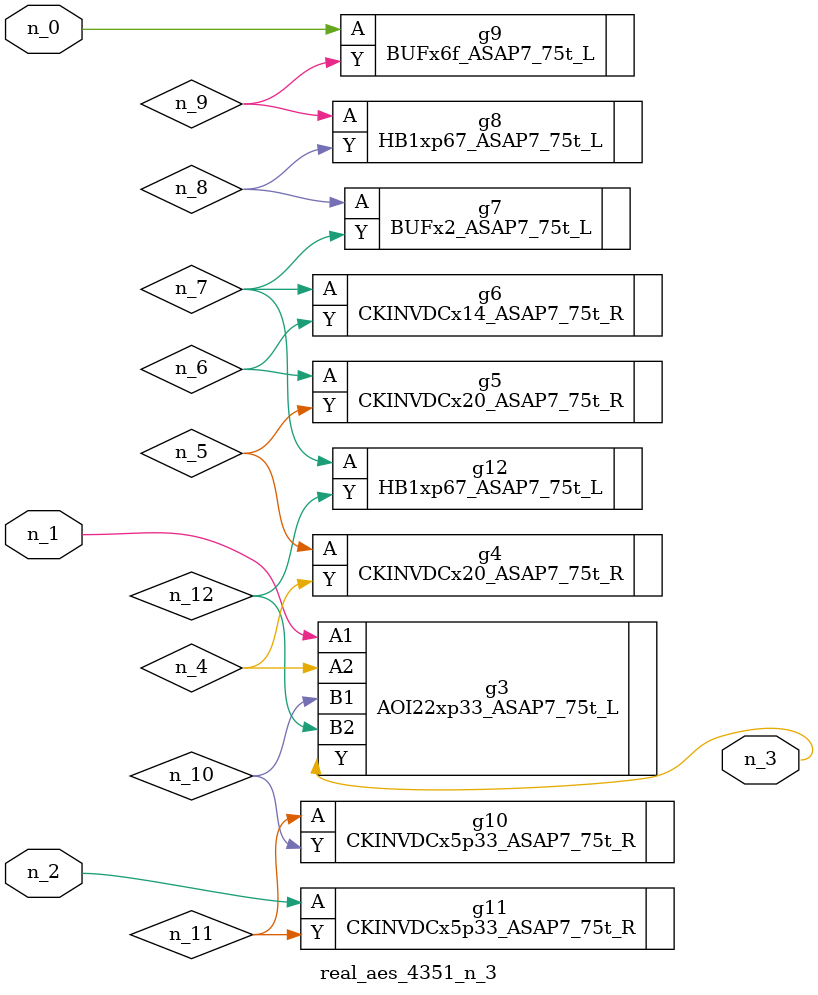
<source format=v>
module real_aes_4351_n_3 (n_0, n_2, n_1, n_3);
input n_0;
input n_2;
input n_1;
output n_3;
wire n_4;
wire n_5;
wire n_7;
wire n_8;
wire n_12;
wire n_6;
wire n_9;
wire n_10;
wire n_11;
BUFx6f_ASAP7_75t_L g9 ( .A(n_0), .Y(n_9) );
AOI22xp33_ASAP7_75t_L g3 ( .A1(n_1), .A2(n_4), .B1(n_10), .B2(n_12), .Y(n_3) );
CKINVDCx5p33_ASAP7_75t_R g11 ( .A(n_2), .Y(n_11) );
CKINVDCx20_ASAP7_75t_R g4 ( .A(n_5), .Y(n_4) );
CKINVDCx20_ASAP7_75t_R g5 ( .A(n_6), .Y(n_5) );
CKINVDCx14_ASAP7_75t_R g6 ( .A(n_7), .Y(n_6) );
HB1xp67_ASAP7_75t_L g12 ( .A(n_7), .Y(n_12) );
BUFx2_ASAP7_75t_L g7 ( .A(n_8), .Y(n_7) );
HB1xp67_ASAP7_75t_L g8 ( .A(n_9), .Y(n_8) );
CKINVDCx5p33_ASAP7_75t_R g10 ( .A(n_11), .Y(n_10) );
endmodule
</source>
